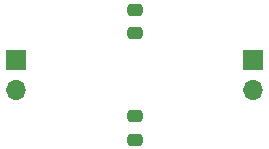
<source format=gts>
%TF.GenerationSoftware,KiCad,Pcbnew,9.0.7*%
%TF.CreationDate,2026-01-08T12:12:57-08:00*%
%TF.ProjectId,voltage_divider_routed,766f6c74-6167-4655-9f64-697669646572,rev?*%
%TF.SameCoordinates,Original*%
%TF.FileFunction,Soldermask,Top*%
%TF.FilePolarity,Negative*%
%FSLAX46Y46*%
G04 Gerber Fmt 4.6, Leading zero omitted, Abs format (unit mm)*
G04 Created by KiCad (PCBNEW 9.0.7) date 2026-01-08 12:12:57*
%MOMM*%
%LPD*%
G01*
G04 APERTURE LIST*
G04 Aperture macros list*
%AMRoundRect*
0 Rectangle with rounded corners*
0 $1 Rounding radius*
0 $2 $3 $4 $5 $6 $7 $8 $9 X,Y pos of 4 corners*
0 Add a 4 corners polygon primitive as box body*
4,1,4,$2,$3,$4,$5,$6,$7,$8,$9,$2,$3,0*
0 Add four circle primitives for the rounded corners*
1,1,$1+$1,$2,$3*
1,1,$1+$1,$4,$5*
1,1,$1+$1,$6,$7*
1,1,$1+$1,$8,$9*
0 Add four rect primitives between the rounded corners*
20,1,$1+$1,$2,$3,$4,$5,0*
20,1,$1+$1,$4,$5,$6,$7,0*
20,1,$1+$1,$6,$7,$8,$9,0*
20,1,$1+$1,$8,$9,$2,$3,0*%
G04 Aperture macros list end*
%ADD10R,1.700000X1.700000*%
%ADD11O,1.700000X1.700000*%
%ADD12RoundRect,0.250000X0.400000X-0.250000X0.400000X0.250000X-0.400000X0.250000X-0.400000X-0.250000X0*%
G04 APERTURE END LIST*
D10*
%TO.C,J1*%
X105000000Y-111230000D03*
D11*
X105000000Y-113770000D03*
%TD*%
D12*
%TO.C,R1*%
X115000000Y-109000000D03*
X115000000Y-107000000D03*
%TD*%
%TO.C,R2*%
X115000000Y-118000000D03*
X115000000Y-116000000D03*
%TD*%
D10*
%TO.C,J2*%
X125000000Y-111230000D03*
D11*
X125000000Y-113770000D03*
%TD*%
M02*

</source>
